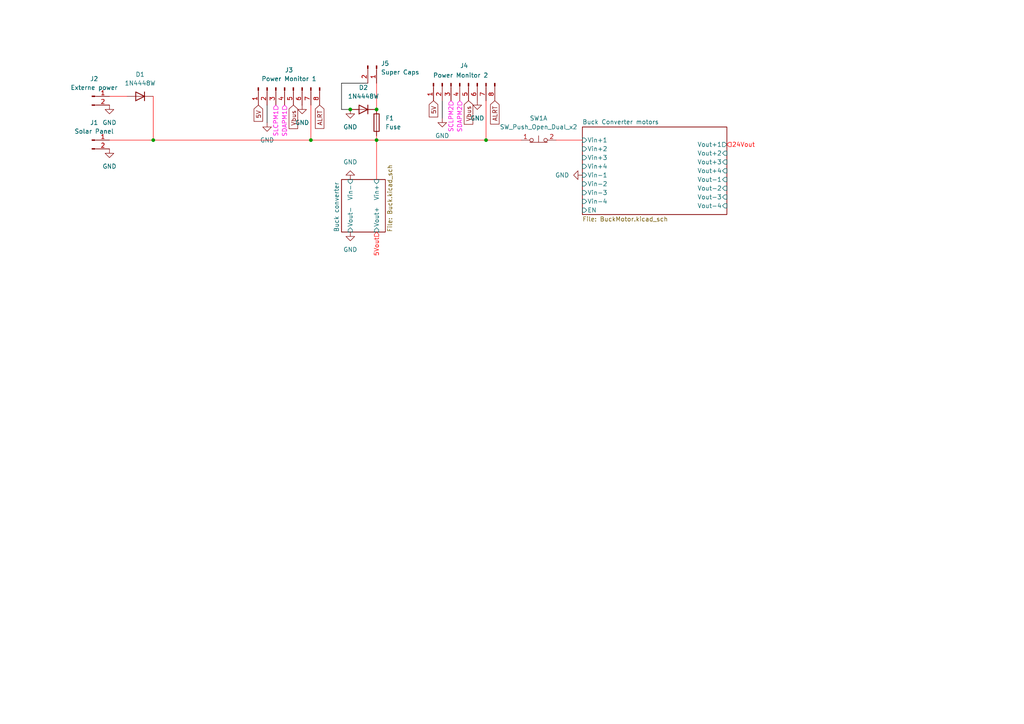
<source format=kicad_sch>
(kicad_sch (version 20231120) (generator "eeschema") (generator_version "8.0")
  (paper "A4")
  (lib_symbols
    (symbol "Connector:Conn_01x02_Pin" (pin_names (offset 1.016) hide)
      (property "Reference" "J" (at 0 2.54 0))
      (property "Value" "Conn_01x02_Pin" (at 0 -5.08 0))
      (symbol "Conn_01x02_Pin_1_1"
        (polyline (pts (xy 1.27 -2.54) (xy 0.8636 -2.54)) (stroke (width 0.1524)))
        (polyline (pts (xy 1.27 0) (xy 0.8636 0)) (stroke (width 0.1524)))
        (rectangle (start 0.8636 -2.413) (end 0 -2.667) (stroke (width 0.1524)) (fill (type outline)))
        (rectangle (start 0.8636 0.127) (end 0 -0.127) (stroke (width 0.1524)) (fill (type outline)))
        (pin passive line (at 5.08 0 180) (length 3.81) (name "Pin_1") (number "1"))
        (pin passive line (at 5.08 -2.54 180) (length 3.81) (name "Pin_2") (number "2"))
      )
    )
    (symbol "Connector:Conn_01x08_Pin" (pin_names (offset 1.016) hide)
      (property "Reference" "J" (at 0 10.16 0))
      (property "Value" "Conn_01x08_Pin" (at 0 -12.7 0))
      (symbol "Conn_01x08_Pin_1_1"
        (polyline (pts (xy 1.27 -10.16) (xy 0.8636 -10.16)) (stroke (width 0.1524)))
        (polyline (pts (xy 1.27 -7.62) (xy 0.8636 -7.62)) (stroke (width 0.1524)))
        (polyline (pts (xy 1.27 -5.08) (xy 0.8636 -5.08)) (stroke (width 0.1524)))
        (polyline (pts (xy 1.27 -2.54) (xy 0.8636 -2.54)) (stroke (width 0.1524)))
        (polyline (pts (xy 1.27 0) (xy 0.8636 0)) (stroke (width 0.1524)))
        (polyline (pts (xy 1.27 2.54) (xy 0.8636 2.54)) (stroke (width 0.1524)))
        (polyline (pts (xy 1.27 5.08) (xy 0.8636 5.08)) (stroke (width 0.1524)))
        (polyline (pts (xy 1.27 7.62) (xy 0.8636 7.62)) (stroke (width 0.1524)))
        (rectangle (start 0.8636 -10.033) (end 0 -10.287) (stroke (width 0.1524)) (fill (type outline)))
        (rectangle (start 0.8636 -7.493) (end 0 -7.747) (stroke (width 0.1524)) (fill (type outline)))
        (rectangle (start 0.8636 -4.953) (end 0 -5.207) (stroke (width 0.1524)) (fill (type outline)))
        (rectangle (start 0.8636 -2.413) (end 0 -2.667) (stroke (width 0.1524)) (fill (type outline)))
        (rectangle (start 0.8636 0.127) (end 0 -0.127) (stroke (width 0.1524)) (fill (type outline)))
        (rectangle (start 0.8636 2.667) (end 0 2.413) (stroke (width 0.1524)) (fill (type outline)))
        (rectangle (start 0.8636 5.207) (end 0 4.953) (stroke (width 0.1524)) (fill (type outline)))
        (rectangle (start 0.8636 7.747) (end 0 7.493) (stroke (width 0.1524)) (fill (type outline)))
        (pin passive line (at 5.08 7.62 180) (length 3.81) (name "Pin_1") (number "1"))
        (pin passive line (at 5.08 5.08 180) (length 3.81) (name "Pin_2") (number "2"))
        (pin passive line (at 5.08 2.54 180) (length 3.81) (name "Pin_3") (number "3"))
        (pin passive line (at 5.08 0 180) (length 3.81) (name "Pin_4") (number "4"))
        (pin passive line (at 5.08 -2.54 180) (length 3.81) (name "Pin_5") (number "5"))
        (pin passive line (at 5.08 -5.08 180) (length 3.81) (name "Pin_6") (number "6"))
        (pin passive line (at 5.08 -7.62 180) (length 3.81) (name "Pin_7") (number "7"))
        (pin passive line (at 5.08 -10.16 180) (length 3.81) (name "Pin_8") (number "8"))
      )
    )
    (symbol "Device:Fuse" (pin_numbers hide) (pin_names (offset 0))
      (property "Reference" "F" (at 2.032 0 90))
      (property "Value" "Fuse" (at -1.905 0 90))
      (symbol "Fuse_0_1"
        (rectangle (start -0.762 -2.54) (end 0.762 2.54) (stroke (width 0.254)))
        (polyline (pts (xy 0 2.54) (xy 0 -2.54)))
      )
      (symbol "Fuse_1_1"
        (pin passive line (at 0 3.81 270) (length 1.27) (name "~") (number "1"))
        (pin passive line (at 0 -3.81 90) (length 1.27) (name "~") (number "2"))
      )
    )
    (symbol "Diode:1N4448W" (pin_numbers hide) (pin_names hide)
      (property "Reference" "D" (at 0 2.54 0))
      (property "Value" "1N4448W" (at 0 -2.54 0))
      (symbol "1N4448W_0_1"
        (polyline (pts (xy -1.27 1.27) (xy -1.27 -1.27)) (stroke (width 0.254)))
        (polyline (pts (xy 1.27 0) (xy -1.27 0)))
        (polyline (pts (xy 1.27 1.27) (xy 1.27 -1.27) (xy -1.27 0) (xy 1.27 1.27)) (stroke (width 0.254)))
      )
      (symbol "1N4448W_1_1"
        (pin passive line (at -3.81 0 0) (length 2.54) (name "K") (number "1"))
        (pin passive line (at 3.81 0 180) (length 2.54) (name "A") (number "2"))
      )
    )
    (symbol "GND_1" (power) (pin_numbers hide) (pin_names (offset 0) hide)
      (property "Value" "GND" (at 0 -3.81 0))
      (symbol "GND_1_0_1"
        (polyline (pts (xy 0 0) (xy 0 -1.27) (xy 1.27 -1.27) (xy 0 -2.54) (xy -1.27 -1.27) (xy 0 -1.27)))
      )
      (symbol "GND_1_1_1"
        (pin power_in line (at 0 0 270) (length 0) (name "~") (number "1"))
      )
    )
    (symbol "GND_2" (power) (pin_numbers hide) (pin_names (offset 0) hide)
      (property "Value" "GND" (at 0 -3.81 0))
      (symbol "GND_2_0_1"
        (polyline (pts (xy 0 0) (xy 0 -1.27) (xy 1.27 -1.27) (xy 0 -2.54) (xy -1.27 -1.27) (xy 0 -1.27)))
      )
      (symbol "GND_2_1_1"
        (pin power_in line (at 0 0 270) (length 0) (name "~") (number "1"))
      )
    )
    (symbol "Switch:SW_Push_Open_Dual_x2" (pin_names (offset 1.016) hide)
      (property "Reference" "SW" (at 0 2.54 0))
      (property "Value" "SW_Push_Open_Dual_x2" (at 0 -1.905 0))
      (symbol "SW_Push_Open_Dual_x2_0_1"
        (circle (center -2.032 0) (radius 0.508))
        (polyline (pts (xy -2.54 -0.635) (xy 2.54 -0.635)))
        (polyline (pts (xy 0 -0.635) (xy 0 1.27)))
        (circle (center 2.032 0) (radius 0.508))
      )
      (symbol "SW_Push_Open_Dual_x2_1_1"
        (pin passive line (at -5.08 0 0) (length 2.54) (name "1") (number "1"))
        (pin passive line (at 5.08 0 180) (length 2.54) (name "2") (number "2"))
      )
      (symbol "SW_Push_Open_Dual_x2_2_1"
        (pin passive line (at -5.08 0 0) (length 2.54) (name "1") (number "3"))
        (pin passive line (at 5.08 0 180) (length 2.54) (name "2") (number "4"))
      )
    )
    (symbol "power:GND" (power) (pin_names (offset 0))
      (property "Value" "GND" (at 0 -3.81 0))
      (symbol "GND_0_1"
        (polyline (pts (xy 0 0) (xy 0 -1.27) (xy 1.27 -1.27) (xy 0 -2.54) (xy -1.27 -1.27) (xy 0 -1.27)))
      )
      (symbol "GND_1_1"
        (pin power_in line (at 0 0 270) (length 0) hide (name "GND") (number "1"))
      )
    )
  )
  (junction (at 90.17 40.64))
  (junction (at 101.6 31.75))
  (junction (at 109.22 31.75))
  (junction (at 140.97 40.64))
  (junction (at 44.45 40.64))
  (junction (at 109.22 40.64))
  (wire (pts (xy 128.27 34.29) (xy 128.27 29.21)) (stroke (width 0) (color 0 0 0 1)))
  (wire (pts (xy 31.75 27.94) (xy 36.83 27.94)) (stroke (width 0) (color 255 0 0 1)))
  (wire (pts (xy 90.17 30.48) (xy 90.17 40.64)) (stroke (width 0) (color 255 0 0 1)))
  (wire (pts (xy 44.45 27.94) (xy 44.45 40.64)) (stroke (width 0) (color 255 0 0 1)))
  (wire (pts (xy 101.6 31.75) (xy 99.06 31.75)) (stroke (width 0) (color 0 0 0 1)))
  (wire (pts (xy 140.97 40.64) (xy 151.13 40.64)) (stroke (width 0) (color 255 0 0 1)))
  (wire (pts (xy 140.97 29.21) (xy 140.97 40.64)) (stroke (width 0) (color 255 0 0 1)))
  (wire (pts (xy 77.47 35.56) (xy 77.47 30.48)) (stroke (width 0) (color 0 0 0 1)))
  (wire (pts (xy 31.75 40.64) (xy 44.45 40.64)) (stroke (width 0) (color 255 0 0 1)))
  (wire (pts (xy 161.29 40.64) (xy 168.91 40.64)) (stroke (width 0) (color 255 0 0 1)))
  (wire (pts (xy 99.06 31.75) (xy 99.06 24.13)) (stroke (width 0) (color 0 0 0 1)))
  (wire (pts (xy 109.22 40.64) (xy 140.97 40.64)) (stroke (width 0) (color 255 0 0 1)))
  (wire (pts (xy 109.22 40.64) (xy 109.22 52.07)) (stroke (width 0) (color 255 0 0 1)))
  (wire (pts (xy 44.45 40.64) (xy 90.17 40.64)) (stroke (width 0) (color 255 0 0 1)))
  (wire (pts (xy 90.17 40.64) (xy 109.22 40.64)) (stroke (width 0) (color 255 0 0 1)))
  (wire (pts (xy 109.22 31.75) (xy 109.22 24.13)) (stroke (width 0) (color 255 0 0 1)))
  (wire (pts (xy 99.06 24.13) (xy 106.68 24.13)) (stroke (width 0) (color 0 0 0 1)))
  (wire (pts (xy 109.22 40.64) (xy 109.22 39.37)) (stroke (width 0) (color 255 0 0 1)))
  (global_label "ALRT" (shape input) (at 143.51 29.21 270) (property "Intersheetrefs" "${INTERSHEET_REFS}" (effects (hide yes))))
  (global_label "ALRT" (shape input) (at 92.71 30.48 270) (property "Intersheetrefs" "${INTERSHEET_REFS}" (effects (hide yes))))
  (global_label "Vbus" (shape input) (at 135.89 29.21 270) (property "Intersheetrefs" "${INTERSHEET_REFS}" (effects (hide yes))))
  (global_label "5V" (shape input) (at 74.93 30.48 270) (property "Intersheetrefs" "${INTERSHEET_REFS}" (effects (hide yes))))
  (global_label "5V" (shape input) (at 125.73 29.21 270) (property "Intersheetrefs" "${INTERSHEET_REFS}" (effects (hide yes))))
  (global_label "Vbus" (shape input) (at 85.09 30.48 270) (property "Intersheetrefs" "${INTERSHEET_REFS}" (effects (hide yes))))
  (hierarchical_label "5Vout" (shape input) (at 109.22 67.31 270))
  (hierarchical_label "SCLPM2" (shape input) (at 130.81 29.21 270))
  (hierarchical_label "SDAPM2" (shape input) (at 133.35 29.21 270))
  (hierarchical_label "SLCPM1" (shape input) (at 80.01 30.48 270))
  (hierarchical_label "SDAPM1" (shape input) (at 82.55 30.48 270))
  (hierarchical_label "24Vout" (shape input) (at 210.82 41.91 0))
  (symbol (lib_id "Connector:Conn_01x08_Pin") (at 133.35 24.13 90) (mirror x) (unit 1)
    (property "Reference" "J4" (at 134.62 19.05 90))
    (property "Value" "Power Monitor 2" (at 133.604 21.844 90))
  )
  (symbol (lib_id "Switch:SW_Push_Open_Dual_x2") (at 156.21 40.64 0) (unit 1)
    (property "Reference" "SW1" (at 156.21 34.29 0))
    (property "Value" "SW_Push_Open_Dual_x2" (at 156.21 36.83 0))
    (property "Description" "Push button switch, push-to-open, generic, two pins" (effects (hide yes)))
  )
  (symbol (lib_id "power:GND") (at 31.75 43.18 0) (unit 1)
    (property "Reference" "#PWR01" (effects (hide yes)))
    (property "Value" "GND" (at 31.75 48.26 0))
  )
  (symbol (lib_id "Device:Fuse") (at 109.22 35.56 0) (unit 1)
    (property "Reference" "F1" (at 111.76 34.2899 0) (effects (justify left)))
    (property "Value" "Fuse" (at 111.76 36.8299 0) (effects (justify left)))
    (property "Description" "Fuse" (effects (hide yes)))
  )
  (symbol (lib_name "GND_2") (lib_id "power:GND") (at 138.43 29.21 0) (unit 1)
    (property "Reference" "#PWR016" (effects (hide yes)))
    (property "Value" "GND" (at 138.43 34.29 0))
    (property "Description" "Power symbol creates a global label with name \"GND\" , ground" (effects (hide yes)))
  )
  (symbol (lib_id "power:GND") (at 77.47 35.56 0) (unit 1)
    (property "Reference" "#PWR04" (effects (hide yes)))
    (property "Value" "GND" (at 77.47 40.64 0))
  )
  (symbol (lib_id "power:GND") (at 101.6 52.07 180) (unit 1)
    (property "Reference" "#PWR07" (effects (hide yes)))
    (property "Value" "GND" (at 101.6 46.99 0))
  )
  (symbol (lib_id "Diode:1N4448W") (at 105.41 31.75 180) (unit 1)
    (property "Reference" "D2" (at 105.41 25.4 0))
    (property "Value" "1N4448W" (at 105.41 27.94 0))
    (property "Footprint" "Diode_SMD:D_SOD-123" (effects (hide yes)))
    (property "Datasheet" "https://www.vishay.com/docs/85722/1n4448w.pdf" (effects (hide yes)))
    (property "Sim.Device" "D" (effects (hide yes)))
    (property "Sim.Pins" "1=K 2=A" (effects (hide yes)))
  )
  (symbol (lib_id "power:GND") (at 31.75 30.48 0) (unit 1)
    (property "Reference" "#PWR02" (effects (hide yes)))
    (property "Value" "GND" (at 31.75 35.56 0))
  )
  (symbol (lib_id "Connector:Conn_01x02_Pin") (at 26.67 27.94 0) (unit 1)
    (property "Reference" "J2" (at 27.305 22.86 0))
    (property "Value" "Externe power" (at 27.305 25.4 0))
  )
  (symbol (lib_id "power:GND") (at 128.27 34.29 0) (unit 1)
    (property "Reference" "#PWR05" (effects (hide yes)))
    (property "Value" "GND" (at 128.27 39.37 0))
  )
  (symbol (lib_id "Connector:Conn_01x02_Pin") (at 26.67 40.64 0) (unit 1)
    (property "Reference" "J1" (at 27.305 35.56 0))
    (property "Value" "Solar Panel" (at 27.305 38.1 0))
  )
  (symbol (lib_id "Connector:Conn_01x08_Pin") (at 82.55 25.4 90) (mirror x) (unit 1)
    (property "Reference" "J3" (at 83.82 20.32 90))
    (property "Value" "Power Monitor 1" (at 83.82 22.86 90))
  )
  (symbol (lib_id "power:GND") (at 168.91 50.8 270) (unit 1)
    (property "Reference" "#PWR09" (effects (hide yes)))
    (property "Value" "GND" (at 165.1 50.8 90) (effects (justify right)))
  )
  (symbol (lib_id "Connector:Conn_01x02_Pin") (at 109.22 19.05 270) (unit 1)
    (property "Reference" "J5" (at 110.49 18.415 90) (effects (justify left)))
    (property "Value" "Super Caps" (at 110.49 20.955 90) (effects (justify left)))
  )
  (symbol (lib_id "power:GND") (at 101.6 31.75 0) (unit 1)
    (property "Reference" "#PWR06" (effects (hide yes)))
    (property "Value" "GND" (at 101.6 36.83 0))
  )
  (symbol (lib_id "power:GND") (at 101.6 67.31 0) (unit 1)
    (property "Reference" "#PWR08" (effects (hide yes)))
    (property "Value" "GND" (at 101.6 72.39 0))
  )
  (symbol (lib_name "GND_1") (lib_id "power:GND") (at 87.63 30.48 0) (unit 1)
    (property "Reference" "#PWR015" (effects (hide yes)))
    (property "Value" "GND" (at 87.63 35.56 0))
    (property "Description" "Power symbol creates a global label with name \"GND\" , ground" (effects (hide yes)))
  )
  (symbol (lib_id "Diode:1N4448W") (at 40.64 27.94 180) (unit 1)
    (property "Reference" "D1" (at 40.64 21.59 0))
    (property "Value" "1N4448W" (at 40.64 24.13 0))
    (property "Footprint" "Diode_SMD:D_SOD-123" (effects (hide yes)))
    (property "Datasheet" "https://www.vishay.com/docs/85722/1n4448w.pdf" (effects (hide yes)))
    (property "Sim.Device" "D" (effects (hide yes)))
    (property "Sim.Pins" "1=K 2=A" (effects (hide yes)))
  )
  (sheet (at 99.06 52.07) (size 12.7 15.24) (stroke (width 0.1524))
    (property "Sheetname" "Buck converter" (at 98.3484 67.31 90) (effects (justify left bottom)))
    (property "Sheetfile" "Buck.kicad_sch" (at 112.3446 67.31 90) (effects (justify left top)))
    (pin "Vin-" input (at 101.6 52.07 90))
    (pin "Vin+" input (at 109.22 52.07 90))
    (pin "Vout-" input (at 101.6 67.31 270))
    (pin "Vout+" input (at 109.22 67.31 270))
  )
  (sheet (at 168.91 36.83) (size 41.91 25.4) (stroke (width 0.1524))
    (property "Sheetname" "Buck Converter motors" (at 168.91 36.1184 0) (effects (justify left bottom)))
    (property "Sheetfile" "BuckMotor.kicad_sch" (at 168.91 62.8146 0) (effects (justify left top)))
    (pin "Vout+1" output (at 210.82 41.91 0))
    (pin "Vout+2" input (at 210.82 44.45 0))
    (pin "Vout-4" input (at 210.82 59.69 0))
    (pin "Vout+3" input (at 210.82 46.99 0))
    (pin "Vout+4" input (at 210.82 49.53 0))
    (pin "Vout-1" input (at 210.82 52.07 0))
    (pin "Vout-2" input (at 210.82 54.61 0))
    (pin "Vout-3" input (at 210.82 57.15 0))
    (pin "EN" input (at 168.91 60.96 180))
    (pin "Vin-4" input (at 168.91 58.42 180))
    (pin "Vin-3" input (at 168.91 55.88 180))
    (pin "Vin-2" input (at 168.91 53.34 180))
    (pin "Vin-1" input (at 168.91 50.8 180))
    (pin "Vin+4" input (at 168.91 48.26 180))
    (pin "Vin+3" input (at 168.91 45.72 180))
    (pin "Vin+2" input (at 168.91 43.18 180))
    (pin "Vin+1" input (at 168.91 40.64 180))
  )
)
</source>
